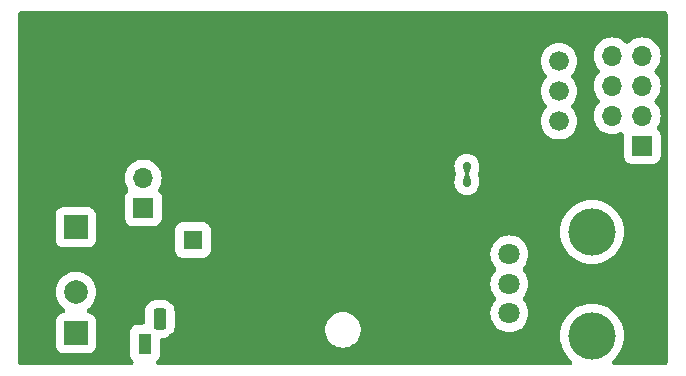
<source format=gbr>
%TF.GenerationSoftware,KiCad,Pcbnew,7.0.8*%
%TF.CreationDate,2024-06-11T13:29:39+02:00*%
%TF.ProjectId,LED_Driver,4c45445f-4472-4697-9665-722e6b696361,rev?*%
%TF.SameCoordinates,Original*%
%TF.FileFunction,Copper,L2,Bot*%
%TF.FilePolarity,Positive*%
%FSLAX46Y46*%
G04 Gerber Fmt 4.6, Leading zero omitted, Abs format (unit mm)*
G04 Created by KiCad (PCBNEW 7.0.8) date 2024-06-11 13:29:39*
%MOMM*%
%LPD*%
G01*
G04 APERTURE LIST*
G04 Aperture macros list*
%AMRoundRect*
0 Rectangle with rounded corners*
0 $1 Rounding radius*
0 $2 $3 $4 $5 $6 $7 $8 $9 X,Y pos of 4 corners*
0 Add a 4 corners polygon primitive as box body*
4,1,4,$2,$3,$4,$5,$6,$7,$8,$9,$2,$3,0*
0 Add four circle primitives for the rounded corners*
1,1,$1+$1,$2,$3*
1,1,$1+$1,$4,$5*
1,1,$1+$1,$6,$7*
1,1,$1+$1,$8,$9*
0 Add four rect primitives between the rounded corners*
20,1,$1+$1,$2,$3,$4,$5,0*
20,1,$1+$1,$4,$5,$6,$7,0*
20,1,$1+$1,$6,$7,$8,$9,0*
20,1,$1+$1,$8,$9,$2,$3,0*%
G04 Aperture macros list end*
%TA.AperFunction,ComponentPad*%
%ADD10R,2.000000X2.000000*%
%TD*%
%TA.AperFunction,ComponentPad*%
%ADD11C,2.000000*%
%TD*%
%TA.AperFunction,ComponentPad*%
%ADD12C,1.676400*%
%TD*%
%TA.AperFunction,ComponentPad*%
%ADD13R,1.100000X1.800000*%
%TD*%
%TA.AperFunction,ComponentPad*%
%ADD14RoundRect,0.275000X-0.275000X-0.625000X0.275000X-0.625000X0.275000X0.625000X-0.275000X0.625000X0*%
%TD*%
%TA.AperFunction,ComponentPad*%
%ADD15R,1.600000X1.600000*%
%TD*%
%TA.AperFunction,ComponentPad*%
%ADD16C,1.600000*%
%TD*%
%TA.AperFunction,ComponentPad*%
%ADD17R,1.700000X1.700000*%
%TD*%
%TA.AperFunction,ComponentPad*%
%ADD18O,1.700000X1.700000*%
%TD*%
%TA.AperFunction,WasherPad*%
%ADD19C,4.000000*%
%TD*%
%TA.AperFunction,ComponentPad*%
%ADD20C,1.800000*%
%TD*%
%TA.AperFunction,ViaPad*%
%ADD21C,0.700000*%
%TD*%
%TA.AperFunction,Conductor*%
%ADD22C,0.300000*%
%TD*%
G04 APERTURE END LIST*
D10*
%TO.P,LOAD,1,Pin_1*%
%TO.N,LOAD_OUT*%
X104900000Y-127300000D03*
D11*
%TO.P,LOAD,2,Pin_2*%
%TO.N,VDC*%
X104900000Y-123800000D03*
%TD*%
D12*
%TO.P,SW2,1,A*%
%TO.N,ESP-01_EN*%
X145800000Y-104260000D03*
%TO.P,SW2,2,B*%
%TO.N,+3.3V*%
X145800000Y-106800000D03*
%TO.P,SW2,3,C*%
%TO.N,ESP-01_GPIO1*%
X145800000Y-109340000D03*
%TD*%
D13*
%TO.P,Q2,1,C*%
%TO.N,LOAD_OUT*%
X110730000Y-128160000D03*
D14*
%TO.P,Q2,2,B*%
%TO.N,Net-(Q2-B)*%
X112000000Y-126090000D03*
%TO.P,Q2,3,E*%
%TO.N,GND*%
X113270000Y-128160000D03*
%TD*%
D15*
%TO.P,C1,1*%
%TO.N,VDC*%
X114797349Y-119400000D03*
D16*
%TO.P,C1,2*%
%TO.N,GND*%
X118597349Y-119400000D03*
%TD*%
D17*
%TO.P,SW1,1,A*%
%TO.N,VDC*%
X110600000Y-116675000D03*
D18*
%TO.P,SW1,2,B*%
%TO.N,Net-(J1-Pin_1)*%
X110600000Y-114135000D03*
%TD*%
D17*
%TO.P,U4,1,UTXD*%
%TO.N,ESP-01_GPIO1*%
X152840000Y-111420000D03*
D18*
%TO.P,U4,2,GND*%
%TO.N,GND*%
X150300000Y-111420000D03*
%TO.P,U4,3,CH_PD*%
%TO.N,ESP-01_EN*%
X152840000Y-108880000D03*
%TO.P,U4,4,GPIO2*%
X150300000Y-108880000D03*
%TO.P,U4,5,RST*%
%TO.N,unconnected-(U4-RST-Pad5)*%
X152840000Y-106340000D03*
%TO.P,U4,6,GPIO0*%
%TO.N,ESP-01_EN*%
X150300000Y-106340000D03*
%TO.P,U4,7,VCC*%
X152840000Y-103800000D03*
%TO.P,U4,8,URXD*%
%TO.N,unconnected-(U4-URXD-Pad8)*%
X150300000Y-103800000D03*
%TD*%
D10*
%TO.P,PWR,1,Pin_1*%
%TO.N,Net-(J1-Pin_1)*%
X104880000Y-118317500D03*
D11*
%TO.P,PWR,2,Pin_2*%
%TO.N,GND*%
X104880000Y-114817500D03*
%TD*%
D19*
%TO.P,RV1,*%
%TO.N,*%
X148600000Y-118700000D03*
X148600000Y-127500000D03*
D20*
%TO.P,RV1,1,1*%
%TO.N,Net-(D2-K)*%
X141600000Y-125600000D03*
%TO.P,RV1,2,2*%
%TO.N,Net-(U2-THR)*%
X141600000Y-123100000D03*
%TO.P,RV1,3,3*%
%TO.N,Net-(D3-A)*%
X141600000Y-120600000D03*
%TD*%
D21*
%TO.N,GND*%
X109200000Y-100800000D03*
X105200000Y-105200000D03*
X102200000Y-114500000D03*
X102200000Y-117100000D03*
X101200000Y-107600000D03*
X109200000Y-107600000D03*
X109100000Y-123900000D03*
X141300000Y-118300000D03*
X107700000Y-123900000D03*
X106900000Y-114800000D03*
X105200000Y-107600000D03*
X117400000Y-120900000D03*
X110900000Y-105800000D03*
X101200000Y-100800000D03*
X105200000Y-102800000D03*
X130800000Y-105000000D03*
X102200000Y-124900000D03*
X102200000Y-115800000D03*
X109200000Y-105200000D03*
X102600000Y-111800000D03*
X114400000Y-111800000D03*
X112200000Y-101000000D03*
X102200000Y-126200000D03*
X118600000Y-117900000D03*
X102200000Y-128800000D03*
X107200000Y-110000000D03*
X102200000Y-118400000D03*
X142200000Y-102600000D03*
X124000000Y-127000000D03*
X137000000Y-122000000D03*
X103200000Y-110000000D03*
X102200000Y-119700000D03*
X107200000Y-107600000D03*
X103200000Y-102800000D03*
X118600000Y-121000000D03*
X139800000Y-108400000D03*
X101200000Y-110000000D03*
X106600000Y-111800000D03*
X117400000Y-102625000D03*
X102200000Y-126200000D03*
X120200000Y-104400000D03*
X107200000Y-105200000D03*
X148240000Y-112400000D03*
X122400000Y-104400000D03*
X140200000Y-102600000D03*
X102200000Y-123600000D03*
X122500000Y-107600000D03*
X105200000Y-110000000D03*
X106700000Y-113700000D03*
X117400000Y-118000000D03*
X121300000Y-104400000D03*
X118800000Y-129200000D03*
X142300000Y-108400000D03*
X102200000Y-127500000D03*
X103200000Y-107600000D03*
X139200000Y-100600000D03*
X100600000Y-111800000D03*
X104600000Y-111800000D03*
X109200000Y-102800000D03*
X103200000Y-100800000D03*
X108700000Y-121100000D03*
X137400000Y-111295000D03*
X121400000Y-107600000D03*
X101600000Y-111800000D03*
X142800000Y-111200000D03*
X139200000Y-102600000D03*
X120300000Y-107600000D03*
X105600000Y-111800000D03*
X105200000Y-100800000D03*
X103200000Y-105200000D03*
X123000000Y-127000000D03*
X148240000Y-110400000D03*
X129000000Y-105000000D03*
X117600000Y-106600000D03*
X101200000Y-102800000D03*
X102200000Y-121000000D03*
X116000000Y-116100000D03*
X141200000Y-102600000D03*
X110900000Y-102400000D03*
X107200000Y-102800000D03*
X113600000Y-126500000D03*
X117600000Y-105400000D03*
X108600000Y-111800000D03*
X101200000Y-105200000D03*
X141100000Y-108400000D03*
X107200000Y-100800000D03*
X139200000Y-101600000D03*
X103600000Y-111800000D03*
X123500000Y-127900000D03*
X109200000Y-110000000D03*
X107600000Y-111800000D03*
X148240000Y-111400000D03*
%TO.N,Net-(D2-A)*%
X138000000Y-113135500D03*
X137996773Y-114534500D03*
%TD*%
D22*
%TO.N,Net-(D2-A)*%
X137996773Y-114534500D02*
X137996773Y-113138727D01*
X137996773Y-113138727D02*
X138000000Y-113135500D01*
%TD*%
%TA.AperFunction,Conductor*%
%TO.N,GND*%
G36*
X154845788Y-100019454D02*
G01*
X154926570Y-100073430D01*
X154980546Y-100154212D01*
X154999500Y-100249500D01*
X154999500Y-129750500D01*
X154980546Y-129845788D01*
X154926570Y-129926570D01*
X154845788Y-129980546D01*
X154750500Y-129999500D01*
X150510018Y-129999500D01*
X150414730Y-129980546D01*
X150333948Y-129926570D01*
X150279972Y-129845788D01*
X150261018Y-129750500D01*
X150279972Y-129655212D01*
X150333948Y-129574430D01*
X150356456Y-129554491D01*
X150394026Y-129525056D01*
X150394026Y-129525055D01*
X150394036Y-129525048D01*
X150625048Y-129294036D01*
X150826530Y-129036863D01*
X150995545Y-128757279D01*
X151129627Y-128459361D01*
X151226821Y-128147453D01*
X151285710Y-127826104D01*
X151305436Y-127500000D01*
X151285710Y-127173896D01*
X151278179Y-127132803D01*
X151248417Y-126970394D01*
X151226821Y-126852547D01*
X151129627Y-126540639D01*
X150995545Y-126242721D01*
X150995543Y-126242717D01*
X150826533Y-125963141D01*
X150625053Y-125705970D01*
X150625051Y-125705968D01*
X150625048Y-125705964D01*
X150394036Y-125474952D01*
X150394031Y-125474948D01*
X150394029Y-125474946D01*
X150136858Y-125273466D01*
X149857282Y-125104456D01*
X149559366Y-124970375D01*
X149559364Y-124970374D01*
X149559361Y-124970373D01*
X149376436Y-124913371D01*
X149247454Y-124873179D01*
X149247445Y-124873177D01*
X148926114Y-124814291D01*
X148926116Y-124814291D01*
X148926106Y-124814290D01*
X148926104Y-124814290D01*
X148600000Y-124794564D01*
X148273896Y-124814290D01*
X148273893Y-124814290D01*
X148273884Y-124814291D01*
X147952554Y-124873177D01*
X147952545Y-124873179D01*
X147640633Y-124970375D01*
X147342717Y-125104456D01*
X147063141Y-125273466D01*
X146805970Y-125474946D01*
X146574946Y-125705970D01*
X146373466Y-125963141D01*
X146204456Y-126242717D01*
X146070375Y-126540633D01*
X146070373Y-126540638D01*
X146070373Y-126540639D01*
X146069432Y-126543659D01*
X145973179Y-126852545D01*
X145973177Y-126852554D01*
X145914291Y-127173884D01*
X145914290Y-127173893D01*
X145914290Y-127173896D01*
X145894564Y-127500000D01*
X145914133Y-127823514D01*
X145914291Y-127826115D01*
X145973177Y-128147445D01*
X145973179Y-128147454D01*
X146013371Y-128276436D01*
X146038354Y-128356609D01*
X146070375Y-128459366D01*
X146204456Y-128757282D01*
X146373466Y-129036858D01*
X146574946Y-129294029D01*
X146574948Y-129294031D01*
X146574952Y-129294036D01*
X146805964Y-129525048D01*
X146805968Y-129525051D01*
X146805973Y-129525056D01*
X146843544Y-129554491D01*
X146906865Y-129628177D01*
X146937166Y-129720486D01*
X146929837Y-129817364D01*
X146885991Y-129904062D01*
X146812305Y-129967383D01*
X146719996Y-129997684D01*
X146689982Y-129999500D01*
X111932296Y-129999500D01*
X111837008Y-129980546D01*
X111756226Y-129926570D01*
X111702250Y-129845788D01*
X111683296Y-129750500D01*
X111702250Y-129655212D01*
X111756223Y-129574433D01*
X111835472Y-129495185D01*
X111923478Y-129349606D01*
X111974086Y-129187196D01*
X111980500Y-129116616D01*
X111980500Y-127939500D01*
X111999454Y-127844212D01*
X112053430Y-127763430D01*
X112134212Y-127709454D01*
X112229500Y-127690500D01*
X112331590Y-127690500D01*
X112360245Y-127687951D01*
X112447985Y-127680151D01*
X112638728Y-127625573D01*
X112814579Y-127533716D01*
X112968340Y-127408340D01*
X113093716Y-127254579D01*
X113161750Y-127124335D01*
X125999500Y-127124335D01*
X126007768Y-127173884D01*
X126040428Y-127369610D01*
X126040430Y-127369621D01*
X126121172Y-127604811D01*
X126239529Y-127823514D01*
X126392257Y-128019738D01*
X126392262Y-128019744D01*
X126392265Y-128019747D01*
X126392269Y-128019751D01*
X126575214Y-128188163D01*
X126575221Y-128188169D01*
X126702001Y-128270997D01*
X126783393Y-128324173D01*
X127011119Y-128424063D01*
X127252179Y-128485108D01*
X127252182Y-128485108D01*
X127252186Y-128485109D01*
X127437928Y-128500500D01*
X127437933Y-128500500D01*
X127562072Y-128500500D01*
X127747813Y-128485109D01*
X127747815Y-128485108D01*
X127747821Y-128485108D01*
X127988881Y-128424063D01*
X128216607Y-128324173D01*
X128374690Y-128220892D01*
X128424778Y-128188169D01*
X128424780Y-128188167D01*
X128424785Y-128188164D01*
X128607738Y-128019744D01*
X128760474Y-127823509D01*
X128878828Y-127604810D01*
X128946274Y-127408346D01*
X128959569Y-127369621D01*
X128959569Y-127369618D01*
X128959571Y-127369614D01*
X129000500Y-127124335D01*
X129000500Y-126875665D01*
X128959571Y-126630386D01*
X128959569Y-126630382D01*
X128959569Y-126630378D01*
X128878827Y-126395188D01*
X128832996Y-126310500D01*
X128760474Y-126176491D01*
X128760471Y-126176487D01*
X128760470Y-126176485D01*
X128607742Y-125980261D01*
X128607741Y-125980260D01*
X128607738Y-125980256D01*
X128607733Y-125980252D01*
X128607730Y-125980248D01*
X128424785Y-125811836D01*
X128424778Y-125811830D01*
X128257302Y-125702414D01*
X128216607Y-125675827D01*
X128216604Y-125675825D01*
X128216603Y-125675825D01*
X128117037Y-125632151D01*
X128043751Y-125600005D01*
X139994551Y-125600005D01*
X140014316Y-125851145D01*
X140073126Y-126096108D01*
X140073129Y-126096116D01*
X140169533Y-126328858D01*
X140169537Y-126328864D01*
X140301158Y-126543652D01*
X140301160Y-126543654D01*
X140301163Y-126543657D01*
X140301164Y-126543659D01*
X140464776Y-126735224D01*
X140656341Y-126898836D01*
X140656345Y-126898839D01*
X140656347Y-126898841D01*
X140828971Y-127004624D01*
X140871141Y-127030466D01*
X141103889Y-127126873D01*
X141348852Y-127185683D01*
X141420608Y-127191330D01*
X141599995Y-127205449D01*
X141600000Y-127205449D01*
X141600005Y-127205449D01*
X141756967Y-127193095D01*
X141851148Y-127185683D01*
X142096111Y-127126873D01*
X142328859Y-127030466D01*
X142450974Y-126955633D01*
X142543652Y-126898841D01*
X142543654Y-126898839D01*
X142543653Y-126898839D01*
X142543659Y-126898836D01*
X142735224Y-126735224D01*
X142898836Y-126543659D01*
X142898839Y-126543653D01*
X142898841Y-126543652D01*
X142955633Y-126450974D01*
X143030466Y-126328859D01*
X143126873Y-126096111D01*
X143185683Y-125851148D01*
X143199481Y-125675827D01*
X143205449Y-125600005D01*
X143205449Y-125599994D01*
X143185683Y-125348854D01*
X143177446Y-125314542D01*
X143126873Y-125103889D01*
X143030466Y-124871141D01*
X142995628Y-124814290D01*
X142898841Y-124656347D01*
X142898839Y-124656345D01*
X142898833Y-124656338D01*
X142775309Y-124511709D01*
X142727839Y-124426946D01*
X142716420Y-124330464D01*
X142742791Y-124236957D01*
X142775307Y-124188292D01*
X142898836Y-124043659D01*
X142898839Y-124043653D01*
X142898841Y-124043652D01*
X142955633Y-123950974D01*
X143030466Y-123828859D01*
X143126873Y-123596111D01*
X143185683Y-123351148D01*
X143205449Y-123100000D01*
X143202309Y-123060107D01*
X143185683Y-122848854D01*
X143183411Y-122839388D01*
X143126873Y-122603889D01*
X143030466Y-122371141D01*
X143001084Y-122323194D01*
X142898841Y-122156347D01*
X142898839Y-122156345D01*
X142850289Y-122099500D01*
X142775309Y-122011709D01*
X142727839Y-121926946D01*
X142716420Y-121830464D01*
X142742791Y-121736957D01*
X142775307Y-121688292D01*
X142898836Y-121543659D01*
X142898839Y-121543653D01*
X142898841Y-121543652D01*
X142983540Y-121405435D01*
X143030466Y-121328859D01*
X143126873Y-121096111D01*
X143185683Y-120851148D01*
X143205449Y-120600000D01*
X143197109Y-120494036D01*
X143185683Y-120348854D01*
X143180484Y-120327196D01*
X143126873Y-120103889D01*
X143030466Y-119871141D01*
X142957875Y-119752683D01*
X142898841Y-119656347D01*
X142898839Y-119656345D01*
X142856785Y-119607106D01*
X142735224Y-119464776D01*
X142543659Y-119301164D01*
X142543657Y-119301163D01*
X142543654Y-119301160D01*
X142543652Y-119301158D01*
X142328864Y-119169537D01*
X142328858Y-119169533D01*
X142096116Y-119073129D01*
X142096108Y-119073126D01*
X141851145Y-119014316D01*
X141600005Y-118994551D01*
X141599995Y-118994551D01*
X141348854Y-119014316D01*
X141103891Y-119073126D01*
X141103883Y-119073129D01*
X140871141Y-119169533D01*
X140871135Y-119169537D01*
X140656347Y-119301158D01*
X140656345Y-119301160D01*
X140464779Y-119464773D01*
X140464773Y-119464779D01*
X140301160Y-119656345D01*
X140301158Y-119656347D01*
X140169537Y-119871135D01*
X140169533Y-119871141D01*
X140073129Y-120103883D01*
X140073126Y-120103891D01*
X140014316Y-120348854D01*
X139994551Y-120599994D01*
X139994551Y-120600005D01*
X140014316Y-120851145D01*
X140073126Y-121096108D01*
X140073129Y-121096116D01*
X140169533Y-121328858D01*
X140169537Y-121328864D01*
X140301158Y-121543652D01*
X140301165Y-121543661D01*
X140424688Y-121688288D01*
X140472160Y-121773055D01*
X140483579Y-121869537D01*
X140457207Y-121963044D01*
X140424688Y-122011712D01*
X140301165Y-122156338D01*
X140301158Y-122156347D01*
X140169537Y-122371135D01*
X140169533Y-122371141D01*
X140073129Y-122603883D01*
X140073126Y-122603891D01*
X140014316Y-122848854D01*
X139994551Y-123099994D01*
X139994551Y-123100005D01*
X140014316Y-123351145D01*
X140073126Y-123596108D01*
X140073129Y-123596116D01*
X140169533Y-123828858D01*
X140169537Y-123828864D01*
X140301158Y-124043652D01*
X140301165Y-124043661D01*
X140424688Y-124188288D01*
X140472160Y-124273055D01*
X140483579Y-124369537D01*
X140457207Y-124463044D01*
X140424688Y-124511712D01*
X140301165Y-124656338D01*
X140301158Y-124656347D01*
X140169537Y-124871135D01*
X140169533Y-124871141D01*
X140073129Y-125103883D01*
X140073126Y-125103891D01*
X140014316Y-125348854D01*
X139994551Y-125599994D01*
X139994551Y-125600005D01*
X128043751Y-125600005D01*
X127988881Y-125575937D01*
X127988879Y-125575936D01*
X127988878Y-125575936D01*
X127988874Y-125575935D01*
X127747831Y-125514894D01*
X127747813Y-125514890D01*
X127562072Y-125499500D01*
X127562067Y-125499500D01*
X127437933Y-125499500D01*
X127437928Y-125499500D01*
X127252186Y-125514890D01*
X127252168Y-125514894D01*
X127011125Y-125575935D01*
X127011121Y-125575936D01*
X126783396Y-125675825D01*
X126783391Y-125675828D01*
X126575221Y-125811830D01*
X126575214Y-125811836D01*
X126392269Y-125980248D01*
X126392257Y-125980261D01*
X126239529Y-126176485D01*
X126121172Y-126395188D01*
X126040430Y-126630378D01*
X126040428Y-126630389D01*
X126007985Y-126824815D01*
X125999500Y-126875665D01*
X125999500Y-127124335D01*
X113161750Y-127124335D01*
X113185573Y-127078728D01*
X113240151Y-126887985D01*
X113250500Y-126771586D01*
X113250500Y-125408414D01*
X113240151Y-125292015D01*
X113185573Y-125101272D01*
X113093716Y-124925421D01*
X113093712Y-124925416D01*
X113093711Y-124925414D01*
X112968346Y-124771667D01*
X112968344Y-124771665D01*
X112968340Y-124771660D01*
X112968334Y-124771655D01*
X112968332Y-124771653D01*
X112814585Y-124646288D01*
X112814581Y-124646285D01*
X112814579Y-124646284D01*
X112638728Y-124554427D01*
X112638724Y-124554425D01*
X112638722Y-124554425D01*
X112447991Y-124499850D01*
X112447985Y-124499849D01*
X112424705Y-124497779D01*
X112331590Y-124489500D01*
X112331586Y-124489500D01*
X111668414Y-124489500D01*
X111668410Y-124489500D01*
X111552015Y-124499849D01*
X111552008Y-124499850D01*
X111361277Y-124554425D01*
X111361272Y-124554427D01*
X111185421Y-124646284D01*
X111185414Y-124646288D01*
X111031667Y-124771653D01*
X111031653Y-124771667D01*
X110906288Y-124925414D01*
X110906284Y-124925421D01*
X110814427Y-125101272D01*
X110814425Y-125101277D01*
X110759850Y-125292008D01*
X110759849Y-125292015D01*
X110749500Y-125408410D01*
X110749500Y-126310500D01*
X110730546Y-126405788D01*
X110676570Y-126486570D01*
X110595788Y-126540546D01*
X110500500Y-126559500D01*
X110123369Y-126559500D01*
X110052811Y-126565912D01*
X110052803Y-126565914D01*
X109890391Y-126616522D01*
X109744816Y-126704527D01*
X109624527Y-126824816D01*
X109536522Y-126970391D01*
X109485914Y-127132803D01*
X109485912Y-127132811D01*
X109479500Y-127203369D01*
X109479500Y-129116630D01*
X109485912Y-129187188D01*
X109485914Y-129187196D01*
X109536522Y-129349608D01*
X109611553Y-129473723D01*
X109624528Y-129495185D01*
X109703776Y-129574433D01*
X109757750Y-129655212D01*
X109776704Y-129750500D01*
X109757750Y-129845788D01*
X109703774Y-129926570D01*
X109622992Y-129980546D01*
X109527704Y-129999500D01*
X100249500Y-129999500D01*
X100154212Y-129980546D01*
X100073430Y-129926570D01*
X100019454Y-129845788D01*
X100000500Y-129750500D01*
X100000500Y-123800000D01*
X103194732Y-123800000D01*
X103213777Y-124054154D01*
X103270489Y-124302629D01*
X103270495Y-124302645D01*
X103363600Y-124539872D01*
X103363605Y-124539884D01*
X103363607Y-124539888D01*
X103491041Y-124760612D01*
X103491045Y-124760617D01*
X103649945Y-124959872D01*
X103649948Y-124959875D01*
X103649950Y-124959877D01*
X103802338Y-125101272D01*
X103836784Y-125133233D01*
X103868855Y-125155099D01*
X103936908Y-125224438D01*
X103973246Y-125314542D01*
X103972336Y-125411692D01*
X103934318Y-125501100D01*
X103864979Y-125569153D01*
X103785297Y-125601723D01*
X103785382Y-125601995D01*
X103782233Y-125602976D01*
X103777172Y-125605045D01*
X103772807Y-125605913D01*
X103610391Y-125656522D01*
X103464816Y-125744527D01*
X103344527Y-125864816D01*
X103256522Y-126010391D01*
X103205914Y-126172803D01*
X103205912Y-126172811D01*
X103199500Y-126243369D01*
X103199500Y-128356630D01*
X103205912Y-128427188D01*
X103205914Y-128427196D01*
X103256522Y-128589608D01*
X103331553Y-128713723D01*
X103344528Y-128735185D01*
X103464815Y-128855472D01*
X103526873Y-128892987D01*
X103610391Y-128943477D01*
X103610393Y-128943477D01*
X103610394Y-128943478D01*
X103772804Y-128994086D01*
X103772808Y-128994086D01*
X103772811Y-128994087D01*
X103843369Y-129000499D01*
X103843377Y-129000499D01*
X103843384Y-129000500D01*
X103843390Y-129000500D01*
X105956610Y-129000500D01*
X105956616Y-129000500D01*
X105956623Y-129000499D01*
X105956630Y-129000499D01*
X106027188Y-128994087D01*
X106027189Y-128994086D01*
X106027196Y-128994086D01*
X106189606Y-128943478D01*
X106335185Y-128855472D01*
X106455472Y-128735185D01*
X106543478Y-128589606D01*
X106594086Y-128427196D01*
X106600500Y-128356616D01*
X106600500Y-126243384D01*
X106600440Y-126242721D01*
X106594087Y-126172811D01*
X106594086Y-126172808D01*
X106594086Y-126172804D01*
X106543478Y-126010394D01*
X106543477Y-126010393D01*
X106543477Y-126010391D01*
X106492987Y-125926873D01*
X106455472Y-125864815D01*
X106335185Y-125744528D01*
X106271393Y-125705964D01*
X106189608Y-125656522D01*
X106098912Y-125628261D01*
X106027196Y-125605914D01*
X106027193Y-125605913D01*
X106027188Y-125605912D01*
X106022830Y-125605045D01*
X106018044Y-125603062D01*
X106014618Y-125601995D01*
X106014715Y-125601683D01*
X105933071Y-125567864D01*
X105864374Y-125499163D01*
X105827196Y-125409403D01*
X105827199Y-125312248D01*
X105864380Y-125222489D01*
X105931144Y-125155098D01*
X105963217Y-125133232D01*
X106150050Y-124959877D01*
X106308959Y-124760612D01*
X106436393Y-124539888D01*
X106529508Y-124302637D01*
X106586222Y-124054157D01*
X106605268Y-123800000D01*
X106586222Y-123545843D01*
X106541784Y-123351148D01*
X106529510Y-123297370D01*
X106529508Y-123297367D01*
X106529508Y-123297363D01*
X106436393Y-123060112D01*
X106308959Y-122839388D01*
X106275609Y-122797568D01*
X106150054Y-122640127D01*
X105963214Y-122466765D01*
X105752637Y-122323196D01*
X105752632Y-122323194D01*
X105523010Y-122212613D01*
X105523005Y-122212611D01*
X105279464Y-122137488D01*
X105279461Y-122137487D01*
X105171448Y-122121206D01*
X105027435Y-122099500D01*
X104772565Y-122099500D01*
X104646553Y-122118493D01*
X104520538Y-122137487D01*
X104520535Y-122137488D01*
X104276994Y-122212611D01*
X104276989Y-122212613D01*
X104047367Y-122323194D01*
X104047362Y-122323196D01*
X103836785Y-122466765D01*
X103649945Y-122640127D01*
X103491045Y-122839382D01*
X103491041Y-122839388D01*
X103363609Y-123060107D01*
X103363600Y-123060127D01*
X103270495Y-123297354D01*
X103270489Y-123297370D01*
X103213777Y-123545845D01*
X103194732Y-123800000D01*
X100000500Y-123800000D01*
X100000500Y-120256630D01*
X113296849Y-120256630D01*
X113303261Y-120327188D01*
X113303263Y-120327196D01*
X113353871Y-120489608D01*
X113420603Y-120599994D01*
X113441877Y-120635185D01*
X113562164Y-120755472D01*
X113624222Y-120792987D01*
X113707740Y-120843477D01*
X113707742Y-120843477D01*
X113707743Y-120843478D01*
X113870153Y-120894086D01*
X113870157Y-120894086D01*
X113870160Y-120894087D01*
X113940718Y-120900499D01*
X113940726Y-120900499D01*
X113940733Y-120900500D01*
X113940739Y-120900500D01*
X115653959Y-120900500D01*
X115653965Y-120900500D01*
X115653972Y-120900499D01*
X115653979Y-120900499D01*
X115724537Y-120894087D01*
X115724538Y-120894086D01*
X115724545Y-120894086D01*
X115886955Y-120843478D01*
X116032534Y-120755472D01*
X116152821Y-120635185D01*
X116240827Y-120489606D01*
X116291435Y-120327196D01*
X116297849Y-120256616D01*
X116297849Y-118700000D01*
X145894564Y-118700000D01*
X145912381Y-118994551D01*
X145914291Y-119026115D01*
X145973177Y-119347445D01*
X145973179Y-119347454D01*
X146003481Y-119444696D01*
X146069433Y-119656345D01*
X146070375Y-119659366D01*
X146204456Y-119957282D01*
X146373466Y-120236858D01*
X146574946Y-120494029D01*
X146574948Y-120494031D01*
X146574952Y-120494036D01*
X146805964Y-120725048D01*
X146805968Y-120725051D01*
X146805970Y-120725053D01*
X147063141Y-120926533D01*
X147342717Y-121095543D01*
X147342719Y-121095544D01*
X147342721Y-121095545D01*
X147640639Y-121229627D01*
X147952547Y-121326821D01*
X148273885Y-121385708D01*
X148273886Y-121385708D01*
X148273896Y-121385710D01*
X148600000Y-121405436D01*
X148926104Y-121385710D01*
X149247453Y-121326821D01*
X149559361Y-121229627D01*
X149857279Y-121095545D01*
X150136863Y-120926530D01*
X150394036Y-120725048D01*
X150625048Y-120494036D01*
X150826530Y-120236863D01*
X150995545Y-119957279D01*
X151129627Y-119659361D01*
X151226821Y-119347453D01*
X151285710Y-119026104D01*
X151305436Y-118700000D01*
X151285710Y-118373896D01*
X151226821Y-118052547D01*
X151129627Y-117740639D01*
X150995545Y-117442721D01*
X150885624Y-117260890D01*
X150826533Y-117163141D01*
X150625053Y-116905970D01*
X150625051Y-116905968D01*
X150625048Y-116905964D01*
X150394036Y-116674952D01*
X150394031Y-116674948D01*
X150394029Y-116674946D01*
X150136858Y-116473466D01*
X149857282Y-116304456D01*
X149559366Y-116170375D01*
X149559364Y-116170374D01*
X149559361Y-116170373D01*
X149376436Y-116113371D01*
X149247454Y-116073179D01*
X149247445Y-116073177D01*
X148926114Y-116014291D01*
X148926116Y-116014291D01*
X148926106Y-116014290D01*
X148926104Y-116014290D01*
X148600000Y-115994564D01*
X148273896Y-116014290D01*
X148273893Y-116014290D01*
X148273884Y-116014291D01*
X147952554Y-116073177D01*
X147952545Y-116073179D01*
X147640633Y-116170375D01*
X147342717Y-116304456D01*
X147063141Y-116473466D01*
X146805970Y-116674946D01*
X146574946Y-116905970D01*
X146373466Y-117163141D01*
X146204456Y-117442717D01*
X146070375Y-117740633D01*
X145973179Y-118052545D01*
X145973177Y-118052554D01*
X145914291Y-118373884D01*
X145914290Y-118373893D01*
X145914290Y-118373896D01*
X145894564Y-118700000D01*
X116297849Y-118700000D01*
X116297849Y-118543384D01*
X116291435Y-118472804D01*
X116240827Y-118310394D01*
X116240826Y-118310393D01*
X116240826Y-118310391D01*
X116185629Y-118219086D01*
X116152821Y-118164815D01*
X116032534Y-118044528D01*
X116011072Y-118031553D01*
X115886957Y-117956522D01*
X115724545Y-117905914D01*
X115724537Y-117905912D01*
X115653979Y-117899500D01*
X115653965Y-117899500D01*
X113940733Y-117899500D01*
X113940718Y-117899500D01*
X113870160Y-117905912D01*
X113870152Y-117905914D01*
X113707740Y-117956522D01*
X113562165Y-118044527D01*
X113441876Y-118164816D01*
X113353871Y-118310391D01*
X113303263Y-118472803D01*
X113303261Y-118472811D01*
X113296849Y-118543369D01*
X113296849Y-120256630D01*
X100000500Y-120256630D01*
X100000500Y-119374130D01*
X103179500Y-119374130D01*
X103185912Y-119444688D01*
X103185914Y-119444696D01*
X103236522Y-119607108D01*
X103266289Y-119656347D01*
X103324528Y-119752685D01*
X103444815Y-119872972D01*
X103506873Y-119910487D01*
X103590391Y-119960977D01*
X103590393Y-119960977D01*
X103590394Y-119960978D01*
X103752804Y-120011586D01*
X103752808Y-120011586D01*
X103752811Y-120011587D01*
X103823369Y-120017999D01*
X103823377Y-120017999D01*
X103823384Y-120018000D01*
X103823390Y-120018000D01*
X105936610Y-120018000D01*
X105936616Y-120018000D01*
X105936623Y-120017999D01*
X105936630Y-120017999D01*
X106007188Y-120011587D01*
X106007189Y-120011586D01*
X106007196Y-120011586D01*
X106169606Y-119960978D01*
X106315185Y-119872972D01*
X106435472Y-119752685D01*
X106523478Y-119607106D01*
X106574086Y-119444696D01*
X106580500Y-119374116D01*
X106580500Y-117260884D01*
X106574086Y-117190304D01*
X106523478Y-117027894D01*
X106523477Y-117027893D01*
X106523477Y-117027891D01*
X106449768Y-116905964D01*
X106435472Y-116882315D01*
X106315185Y-116762028D01*
X106293723Y-116749053D01*
X106169608Y-116674022D01*
X106007196Y-116623414D01*
X106007188Y-116623412D01*
X105936630Y-116617000D01*
X105936616Y-116617000D01*
X103823384Y-116617000D01*
X103823369Y-116617000D01*
X103752811Y-116623412D01*
X103752803Y-116623414D01*
X103590391Y-116674022D01*
X103444816Y-116762027D01*
X103324527Y-116882316D01*
X103236522Y-117027891D01*
X103185914Y-117190303D01*
X103185912Y-117190311D01*
X103179500Y-117260869D01*
X103179500Y-119374130D01*
X100000500Y-119374130D01*
X100000500Y-114135005D01*
X109044706Y-114135005D01*
X109063852Y-114378291D01*
X109063854Y-114378306D01*
X109120828Y-114615613D01*
X109214221Y-114841085D01*
X109214228Y-114841098D01*
X109312669Y-115001740D01*
X109346296Y-115092890D01*
X109342481Y-115189970D01*
X109301806Y-115278200D01*
X109276432Y-115307909D01*
X109194528Y-115389813D01*
X109106522Y-115535391D01*
X109055914Y-115697803D01*
X109055912Y-115697811D01*
X109049500Y-115768369D01*
X109049500Y-117581630D01*
X109055912Y-117652188D01*
X109055914Y-117652196D01*
X109106522Y-117814608D01*
X109161720Y-117905914D01*
X109194528Y-117960185D01*
X109314815Y-118080472D01*
X109376873Y-118117987D01*
X109460391Y-118168477D01*
X109460393Y-118168477D01*
X109460394Y-118168478D01*
X109622804Y-118219086D01*
X109622808Y-118219086D01*
X109622811Y-118219087D01*
X109693369Y-118225499D01*
X109693377Y-118225499D01*
X109693384Y-118225500D01*
X109693390Y-118225500D01*
X111506610Y-118225500D01*
X111506616Y-118225500D01*
X111506623Y-118225499D01*
X111506630Y-118225499D01*
X111577188Y-118219087D01*
X111577189Y-118219086D01*
X111577196Y-118219086D01*
X111739606Y-118168478D01*
X111745666Y-118164815D01*
X111761067Y-118155503D01*
X111885185Y-118080472D01*
X112005472Y-117960185D01*
X112093478Y-117814606D01*
X112144086Y-117652196D01*
X112150500Y-117581616D01*
X112150500Y-115768384D01*
X112144086Y-115697804D01*
X112093478Y-115535394D01*
X112093477Y-115535393D01*
X112093477Y-115535391D01*
X112018994Y-115412183D01*
X112005472Y-115389815D01*
X111923564Y-115307907D01*
X111869591Y-115227129D01*
X111850637Y-115131841D01*
X111869591Y-115036553D01*
X111887325Y-115001747D01*
X111985777Y-114841089D01*
X112079172Y-114615612D01*
X112098646Y-114534500D01*
X136941190Y-114534500D01*
X136961473Y-114740434D01*
X137021541Y-114938455D01*
X137119089Y-115120952D01*
X137250356Y-115280903D01*
X137250369Y-115280916D01*
X137410320Y-115412183D01*
X137410321Y-115412183D01*
X137410323Y-115412185D01*
X137592819Y-115509732D01*
X137790839Y-115569800D01*
X137996773Y-115590083D01*
X138202707Y-115569800D01*
X138400727Y-115509732D01*
X138583223Y-115412185D01*
X138710282Y-115307911D01*
X138743176Y-115280916D01*
X138743177Y-115280914D01*
X138743183Y-115280910D01*
X138874458Y-115120950D01*
X138972005Y-114938454D01*
X139032073Y-114740434D01*
X139052356Y-114534500D01*
X139032073Y-114328566D01*
X138998621Y-114218290D01*
X138995191Y-114203987D01*
X138991601Y-114183839D01*
X138991597Y-114183822D01*
X138907847Y-113910356D01*
X138898067Y-113813695D01*
X138908253Y-113763213D01*
X138993597Y-113489945D01*
X138993598Y-113489944D01*
X139011563Y-113419685D01*
X139028099Y-113365171D01*
X139035300Y-113341434D01*
X139055583Y-113135500D01*
X139035300Y-112929566D01*
X138975232Y-112731546D01*
X138877685Y-112549050D01*
X138877683Y-112549047D01*
X138746416Y-112389096D01*
X138746403Y-112389083D01*
X138586452Y-112257816D01*
X138403955Y-112160268D01*
X138205934Y-112100200D01*
X138000000Y-112079917D01*
X137794065Y-112100200D01*
X137596044Y-112160268D01*
X137413547Y-112257816D01*
X137253596Y-112389083D01*
X137253583Y-112389096D01*
X137122316Y-112549047D01*
X137024768Y-112731544D01*
X136969580Y-112913477D01*
X136964700Y-112929566D01*
X136944417Y-113135500D01*
X136952820Y-113220821D01*
X136964700Y-113341433D01*
X136964700Y-113341435D01*
X136997236Y-113448695D01*
X137000773Y-113463600D01*
X137004102Y-113482821D01*
X137087649Y-113760485D01*
X137096954Y-113857193D01*
X137087294Y-113905143D01*
X137085698Y-113910356D01*
X137001946Y-114183832D01*
X137001942Y-114183846D01*
X137001941Y-114183851D01*
X136986112Y-114246836D01*
X136984506Y-114252630D01*
X136961472Y-114328567D01*
X136941190Y-114534500D01*
X112098646Y-114534500D01*
X112136146Y-114378302D01*
X112140060Y-114328566D01*
X112155294Y-114135005D01*
X112155294Y-114134994D01*
X112136147Y-113891708D01*
X112136145Y-113891693D01*
X112104644Y-113760485D01*
X112079172Y-113654388D01*
X111985777Y-113428911D01*
X111932171Y-113341434D01*
X111858264Y-113220827D01*
X111858257Y-113220818D01*
X111699767Y-113035250D01*
X111699764Y-113035247D01*
X111699759Y-113035241D01*
X111699752Y-113035235D01*
X111699749Y-113035232D01*
X111514181Y-112876742D01*
X111514172Y-112876735D01*
X111306101Y-112749230D01*
X111306085Y-112749221D01*
X111080613Y-112655828D01*
X110843306Y-112598854D01*
X110843291Y-112598852D01*
X110600006Y-112579706D01*
X110599994Y-112579706D01*
X110356708Y-112598852D01*
X110356693Y-112598854D01*
X110119386Y-112655828D01*
X109893914Y-112749221D01*
X109893898Y-112749230D01*
X109685827Y-112876735D01*
X109685818Y-112876742D01*
X109500250Y-113035232D01*
X109500232Y-113035250D01*
X109341742Y-113220818D01*
X109341735Y-113220827D01*
X109214230Y-113428898D01*
X109214221Y-113428914D01*
X109120828Y-113654386D01*
X109063854Y-113891693D01*
X109063852Y-113891708D01*
X109044706Y-114134994D01*
X109044706Y-114135005D01*
X100000500Y-114135005D01*
X100000500Y-109340004D01*
X144256542Y-109340004D01*
X144275543Y-109581443D01*
X144275544Y-109581450D01*
X144321137Y-109771361D01*
X144332084Y-109816955D01*
X144424769Y-110040715D01*
X144432243Y-110052911D01*
X144551317Y-110247224D01*
X144695590Y-110416146D01*
X144708610Y-110431390D01*
X144708616Y-110431395D01*
X144708619Y-110431398D01*
X144892775Y-110588682D01*
X144892777Y-110588683D01*
X144892778Y-110588684D01*
X145099285Y-110715231D01*
X145323045Y-110807916D01*
X145512956Y-110853508D01*
X145558549Y-110864455D01*
X145558556Y-110864456D01*
X145799996Y-110883458D01*
X145800000Y-110883458D01*
X145800004Y-110883458D01*
X146041443Y-110864456D01*
X146041450Y-110864455D01*
X146276955Y-110807916D01*
X146500715Y-110715231D01*
X146707222Y-110588684D01*
X146891390Y-110431390D01*
X147048684Y-110247222D01*
X147175231Y-110040715D01*
X147267916Y-109816955D01*
X147324455Y-109581450D01*
X147343458Y-109340000D01*
X147343458Y-109339995D01*
X147324456Y-109098556D01*
X147324455Y-109098549D01*
X147313508Y-109052956D01*
X147271988Y-108880005D01*
X148744706Y-108880005D01*
X148763852Y-109123291D01*
X148763854Y-109123306D01*
X148820828Y-109360613D01*
X148914221Y-109586085D01*
X148914230Y-109586101D01*
X149041735Y-109794172D01*
X149041742Y-109794181D01*
X149156686Y-109928763D01*
X149200241Y-109979759D01*
X149200247Y-109979764D01*
X149200250Y-109979767D01*
X149385818Y-110138257D01*
X149385827Y-110138264D01*
X149563632Y-110247222D01*
X149593911Y-110265777D01*
X149819388Y-110359172D01*
X149990661Y-110400291D01*
X150056693Y-110416145D01*
X150056694Y-110416145D01*
X150056698Y-110416146D01*
X150056704Y-110416146D01*
X150056708Y-110416147D01*
X150299994Y-110435294D01*
X150300000Y-110435294D01*
X150300006Y-110435294D01*
X150543291Y-110416147D01*
X150543293Y-110416146D01*
X150543302Y-110416146D01*
X150780612Y-110359172D01*
X150945217Y-110290990D01*
X151040500Y-110272038D01*
X151135788Y-110290992D01*
X151216569Y-110344968D01*
X151270546Y-110425749D01*
X151289500Y-110521038D01*
X151289500Y-112326630D01*
X151295912Y-112397188D01*
X151295914Y-112397196D01*
X151346522Y-112559608D01*
X151421553Y-112683723D01*
X151434528Y-112705185D01*
X151554815Y-112825472D01*
X151616873Y-112862987D01*
X151700391Y-112913477D01*
X151700393Y-112913477D01*
X151700394Y-112913478D01*
X151862804Y-112964086D01*
X151862808Y-112964086D01*
X151862811Y-112964087D01*
X151933369Y-112970499D01*
X151933377Y-112970499D01*
X151933384Y-112970500D01*
X151933390Y-112970500D01*
X153746610Y-112970500D01*
X153746616Y-112970500D01*
X153746623Y-112970499D01*
X153746630Y-112970499D01*
X153817188Y-112964087D01*
X153817189Y-112964086D01*
X153817196Y-112964086D01*
X153979606Y-112913478D01*
X154125185Y-112825472D01*
X154245472Y-112705185D01*
X154333478Y-112559606D01*
X154384086Y-112397196D01*
X154384824Y-112389083D01*
X154390499Y-112326630D01*
X154390500Y-112326609D01*
X154390500Y-110513390D01*
X154390499Y-110513369D01*
X154384087Y-110442811D01*
X154384086Y-110442808D01*
X154384086Y-110442804D01*
X154333478Y-110280394D01*
X154333477Y-110280393D01*
X154333477Y-110280391D01*
X154282987Y-110196873D01*
X154245472Y-110134815D01*
X154163564Y-110052907D01*
X154109591Y-109972129D01*
X154090637Y-109876841D01*
X154109591Y-109781553D01*
X154127325Y-109746747D01*
X154225777Y-109586089D01*
X154319172Y-109360612D01*
X154376146Y-109123302D01*
X154395294Y-108880000D01*
X154393959Y-108863041D01*
X154376147Y-108636708D01*
X154376145Y-108636693D01*
X154327188Y-108432778D01*
X154319172Y-108399388D01*
X154225777Y-108173911D01*
X154175163Y-108091316D01*
X154098264Y-107965827D01*
X154098257Y-107965818D01*
X153933405Y-107772801D01*
X153935516Y-107770997D01*
X153891611Y-107705288D01*
X153872657Y-107610000D01*
X153891611Y-107514712D01*
X153935516Y-107449002D01*
X153933405Y-107447199D01*
X154098257Y-107254181D01*
X154098264Y-107254172D01*
X154165024Y-107145228D01*
X154225777Y-107046089D01*
X154319172Y-106820612D01*
X154376146Y-106583302D01*
X154395294Y-106340000D01*
X154393959Y-106323041D01*
X154376147Y-106096708D01*
X154376145Y-106096693D01*
X154327188Y-105892778D01*
X154319172Y-105859388D01*
X154225777Y-105633911D01*
X154175163Y-105551316D01*
X154098264Y-105425827D01*
X154098257Y-105425818D01*
X153933405Y-105232801D01*
X153935516Y-105230997D01*
X153891611Y-105165288D01*
X153872657Y-105070000D01*
X153891611Y-104974712D01*
X153935516Y-104909002D01*
X153933405Y-104907199D01*
X154098257Y-104714181D01*
X154098264Y-104714172D01*
X154165024Y-104605228D01*
X154225777Y-104506089D01*
X154319172Y-104280612D01*
X154376146Y-104043302D01*
X154395294Y-103800000D01*
X154393959Y-103783041D01*
X154376147Y-103556708D01*
X154376145Y-103556693D01*
X154327188Y-103352778D01*
X154319172Y-103319388D01*
X154225777Y-103093911D01*
X154222613Y-103088749D01*
X154098264Y-102885827D01*
X154098257Y-102885818D01*
X153939767Y-102700250D01*
X153939764Y-102700247D01*
X153939759Y-102700241D01*
X153939752Y-102700235D01*
X153939749Y-102700232D01*
X153754181Y-102541742D01*
X153754172Y-102541735D01*
X153546101Y-102414230D01*
X153546085Y-102414221D01*
X153320613Y-102320828D01*
X153083306Y-102263854D01*
X153083291Y-102263852D01*
X152840006Y-102244706D01*
X152839994Y-102244706D01*
X152596708Y-102263852D01*
X152596693Y-102263854D01*
X152359386Y-102320828D01*
X152133914Y-102414221D01*
X152133898Y-102414230D01*
X151925827Y-102541735D01*
X151925818Y-102541742D01*
X151732801Y-102706595D01*
X151730997Y-102704483D01*
X151665288Y-102748389D01*
X151570000Y-102767343D01*
X151474712Y-102748389D01*
X151409002Y-102704483D01*
X151407199Y-102706595D01*
X151214181Y-102541742D01*
X151214172Y-102541735D01*
X151006101Y-102414230D01*
X151006085Y-102414221D01*
X150780613Y-102320828D01*
X150543306Y-102263854D01*
X150543291Y-102263852D01*
X150300006Y-102244706D01*
X150299994Y-102244706D01*
X150056708Y-102263852D01*
X150056693Y-102263854D01*
X149819386Y-102320828D01*
X149593914Y-102414221D01*
X149593898Y-102414230D01*
X149385827Y-102541735D01*
X149385818Y-102541742D01*
X149200250Y-102700232D01*
X149200232Y-102700250D01*
X149041742Y-102885818D01*
X149041735Y-102885827D01*
X148914230Y-103093898D01*
X148914221Y-103093914D01*
X148820828Y-103319386D01*
X148763854Y-103556693D01*
X148763852Y-103556708D01*
X148744706Y-103799994D01*
X148744706Y-103800005D01*
X148763852Y-104043291D01*
X148763854Y-104043306D01*
X148820828Y-104280613D01*
X148914221Y-104506085D01*
X148914230Y-104506101D01*
X149041735Y-104714172D01*
X149041742Y-104714181D01*
X149206595Y-104907199D01*
X149204483Y-104909002D01*
X149248389Y-104974712D01*
X149267343Y-105070000D01*
X149248389Y-105165288D01*
X149204483Y-105230997D01*
X149206595Y-105232801D01*
X149041742Y-105425818D01*
X149041735Y-105425827D01*
X148914230Y-105633898D01*
X148914221Y-105633914D01*
X148820828Y-105859386D01*
X148763854Y-106096693D01*
X148763852Y-106096708D01*
X148744706Y-106339994D01*
X148744706Y-106340005D01*
X148763852Y-106583291D01*
X148763854Y-106583306D01*
X148820828Y-106820613D01*
X148914221Y-107046085D01*
X148914230Y-107046101D01*
X149041735Y-107254172D01*
X149041742Y-107254181D01*
X149206595Y-107447199D01*
X149204483Y-107449002D01*
X149248389Y-107514712D01*
X149267343Y-107610000D01*
X149248389Y-107705288D01*
X149204483Y-107770997D01*
X149206595Y-107772801D01*
X149041742Y-107965818D01*
X149041735Y-107965827D01*
X148914230Y-108173898D01*
X148914221Y-108173914D01*
X148820828Y-108399386D01*
X148763854Y-108636693D01*
X148763852Y-108636708D01*
X148744706Y-108879994D01*
X148744706Y-108880005D01*
X147271988Y-108880005D01*
X147267916Y-108863045D01*
X147175231Y-108639285D01*
X147048684Y-108432778D01*
X147048683Y-108432777D01*
X147048682Y-108432775D01*
X146891398Y-108248619D01*
X146891395Y-108248616D01*
X146891390Y-108248610D01*
X146891383Y-108248604D01*
X146888849Y-108246070D01*
X146887512Y-108244069D01*
X146885036Y-108241170D01*
X146885379Y-108240876D01*
X146834873Y-108165288D01*
X146815919Y-108070000D01*
X146834873Y-107974712D01*
X146885379Y-107899123D01*
X146885036Y-107898830D01*
X146887512Y-107895930D01*
X146888849Y-107893930D01*
X146891376Y-107891401D01*
X146891390Y-107891390D01*
X147048684Y-107707222D01*
X147175231Y-107500715D01*
X147267916Y-107276955D01*
X147324455Y-107041450D01*
X147343458Y-106800000D01*
X147343458Y-106799995D01*
X147324456Y-106558556D01*
X147324455Y-106558549D01*
X147313508Y-106512956D01*
X147267916Y-106323045D01*
X147175231Y-106099285D01*
X147048684Y-105892778D01*
X147048683Y-105892777D01*
X147048682Y-105892775D01*
X146891398Y-105708619D01*
X146891395Y-105708616D01*
X146891390Y-105708610D01*
X146891383Y-105708604D01*
X146888849Y-105706070D01*
X146887512Y-105704069D01*
X146885036Y-105701170D01*
X146885379Y-105700876D01*
X146834873Y-105625288D01*
X146815919Y-105530000D01*
X146834873Y-105434712D01*
X146885379Y-105359123D01*
X146885036Y-105358830D01*
X146887512Y-105355930D01*
X146888849Y-105353930D01*
X146891376Y-105351401D01*
X146891390Y-105351390D01*
X147048684Y-105167222D01*
X147175231Y-104960715D01*
X147267916Y-104736955D01*
X147324455Y-104501450D01*
X147343458Y-104260000D01*
X147343458Y-104259995D01*
X147324456Y-104018556D01*
X147324455Y-104018549D01*
X147313508Y-103972956D01*
X147267916Y-103783045D01*
X147175231Y-103559285D01*
X147048684Y-103352778D01*
X147048683Y-103352777D01*
X147048682Y-103352775D01*
X146891398Y-103168619D01*
X146891395Y-103168616D01*
X146891390Y-103168610D01*
X146891383Y-103168604D01*
X146891380Y-103168601D01*
X146707224Y-103011317D01*
X146651656Y-102977265D01*
X146500715Y-102884769D01*
X146359614Y-102826322D01*
X146276958Y-102792085D01*
X146276956Y-102792084D01*
X146276955Y-102792084D01*
X146231361Y-102781137D01*
X146041450Y-102735544D01*
X146041443Y-102735543D01*
X145800004Y-102716542D01*
X145799996Y-102716542D01*
X145558556Y-102735543D01*
X145558549Y-102735544D01*
X145323045Y-102792084D01*
X145323041Y-102792085D01*
X145099285Y-102884769D01*
X144892775Y-103011317D01*
X144708619Y-103168601D01*
X144708601Y-103168619D01*
X144551317Y-103352775D01*
X144424769Y-103559285D01*
X144332085Y-103783041D01*
X144332084Y-103783045D01*
X144275544Y-104018549D01*
X144275543Y-104018556D01*
X144256542Y-104259995D01*
X144256542Y-104260004D01*
X144275543Y-104501443D01*
X144275544Y-104501450D01*
X144321137Y-104691361D01*
X144332084Y-104736955D01*
X144424769Y-104960715D01*
X144517265Y-105111656D01*
X144551317Y-105167224D01*
X144708601Y-105351380D01*
X144708610Y-105351390D01*
X144708616Y-105351395D01*
X144711151Y-105353930D01*
X144712487Y-105355930D01*
X144714964Y-105358830D01*
X144714620Y-105359123D01*
X144765127Y-105434712D01*
X144784081Y-105530000D01*
X144765127Y-105625288D01*
X144714620Y-105700876D01*
X144714964Y-105701170D01*
X144712487Y-105704069D01*
X144711151Y-105706070D01*
X144708601Y-105708619D01*
X144551317Y-105892775D01*
X144424769Y-106099285D01*
X144332085Y-106323041D01*
X144332084Y-106323045D01*
X144275544Y-106558549D01*
X144275543Y-106558556D01*
X144256542Y-106799995D01*
X144256542Y-106800004D01*
X144275543Y-107041443D01*
X144275544Y-107041450D01*
X144321137Y-107231361D01*
X144332084Y-107276955D01*
X144424769Y-107500715D01*
X144517265Y-107651656D01*
X144551317Y-107707224D01*
X144708601Y-107891380D01*
X144708610Y-107891390D01*
X144708616Y-107891395D01*
X144711151Y-107893930D01*
X144712487Y-107895930D01*
X144714964Y-107898830D01*
X144714620Y-107899123D01*
X144765127Y-107974712D01*
X144784081Y-108070000D01*
X144765127Y-108165288D01*
X144714620Y-108240876D01*
X144714964Y-108241170D01*
X144712487Y-108244069D01*
X144711151Y-108246070D01*
X144708601Y-108248619D01*
X144551317Y-108432775D01*
X144424769Y-108639285D01*
X144332085Y-108863041D01*
X144332084Y-108863045D01*
X144275544Y-109098549D01*
X144275543Y-109098556D01*
X144256542Y-109339995D01*
X144256542Y-109340004D01*
X100000500Y-109340004D01*
X100000500Y-100249500D01*
X100019454Y-100154212D01*
X100073430Y-100073430D01*
X100154212Y-100019454D01*
X100249500Y-100000500D01*
X154750500Y-100000500D01*
X154845788Y-100019454D01*
G37*
%TD.AperFunction*%
%TD*%
%TA.AperFunction,Conductor*%
%TO.N,Net-(D2-A)*%
G36*
X138146393Y-113837927D02*
G01*
X138149307Y-113842774D01*
X138317025Y-114390420D01*
X138316171Y-114399334D01*
X138310344Y-114404644D01*
X138001279Y-114533619D01*
X137992324Y-114533642D01*
X137992267Y-114533619D01*
X137683201Y-114404644D01*
X137676886Y-114398295D01*
X137676520Y-114390422D01*
X137844239Y-113842773D01*
X137849938Y-113835867D01*
X137855426Y-113834500D01*
X138138120Y-113834500D01*
X138146393Y-113837927D01*
G37*
%TD.AperFunction*%
%TD*%
%TA.AperFunction,Conductor*%
%TO.N,Net-(D2-A)*%
G36*
X138004478Y-113136368D02*
G01*
X138239681Y-113234520D01*
X138313516Y-113265332D01*
X138319831Y-113271681D01*
X138320178Y-113279618D01*
X138190775Y-113693962D01*
X138149375Y-113826529D01*
X138149338Y-113826646D01*
X138143601Y-113833521D01*
X138138170Y-113834858D01*
X137855471Y-113834858D01*
X137847198Y-113831431D01*
X137844267Y-113826529D01*
X137809247Y-113710143D01*
X137679682Y-113279542D01*
X137680580Y-113270634D01*
X137686379Y-113265375D01*
X137995494Y-113136379D01*
X138004449Y-113136357D01*
X138004478Y-113136368D01*
G37*
%TD.AperFunction*%
%TD*%
M02*

</source>
